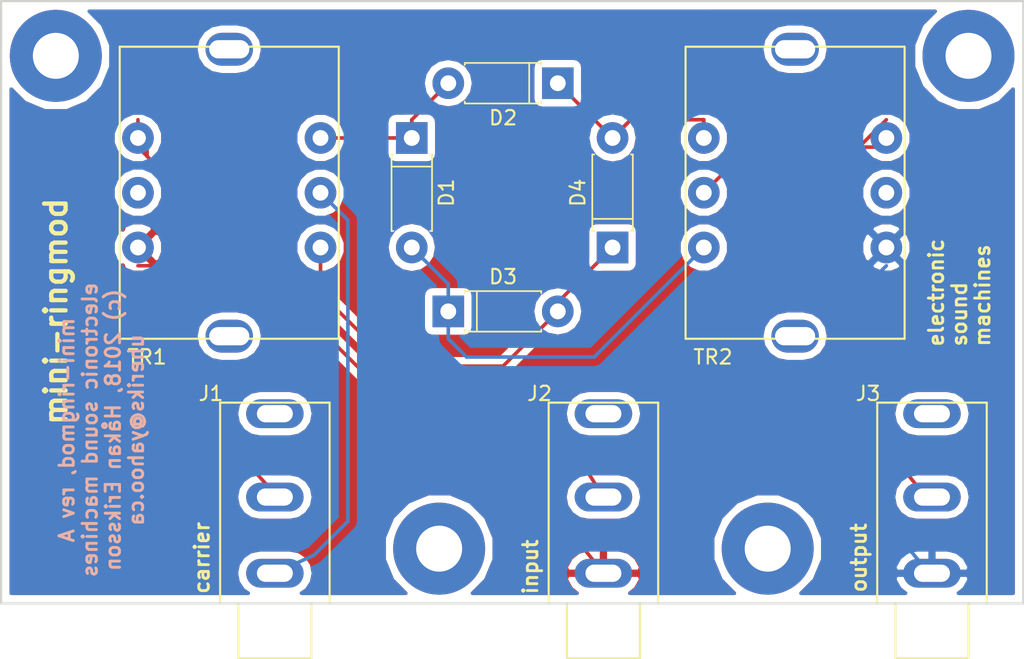
<source format=kicad_pcb>
(kicad_pcb (version 4) (host pcbnew 4.0.7)

  (general
    (links 14)
    (no_connects 0)
    (area 121.209999 91.98 192.480001 139.340001)
    (thickness 1.6)
    (drawings 10)
    (tracks 62)
    (zones 0)
    (modules 13)
    (nets 11)
  )

  (page A4)
  (layers
    (0 F.Cu signal)
    (31 B.Cu signal)
    (32 B.Adhes user)
    (33 F.Adhes user)
    (34 B.Paste user)
    (35 F.Paste user)
    (36 B.SilkS user)
    (37 F.SilkS user)
    (38 B.Mask user)
    (39 F.Mask user)
    (40 Dwgs.User user)
    (41 Cmts.User user)
    (42 Eco1.User user)
    (43 Eco2.User user)
    (44 Edge.Cuts user)
    (45 Margin user)
    (46 B.CrtYd user)
    (47 F.CrtYd user)
    (48 B.Fab user)
    (49 F.Fab user)
  )

  (setup
    (last_trace_width 0.25)
    (trace_clearance 0.2)
    (zone_clearance 0.508)
    (zone_45_only no)
    (trace_min 0.2)
    (segment_width 0.2)
    (edge_width 0.15)
    (via_size 0.6)
    (via_drill 0.4)
    (via_min_size 0.4)
    (via_min_drill 0.3)
    (uvia_size 0.3)
    (uvia_drill 0.1)
    (uvias_allowed no)
    (uvia_min_size 0.2)
    (uvia_min_drill 0.1)
    (pcb_text_width 0.3)
    (pcb_text_size 1.5 1.5)
    (mod_edge_width 0.15)
    (mod_text_size 1 1)
    (mod_text_width 0.15)
    (pad_size 6.4 6.4)
    (pad_drill 3.2)
    (pad_to_mask_clearance 0.2)
    (aux_axis_origin 0 0)
    (visible_elements FFFFFF7F)
    (pcbplotparams
      (layerselection 0x010f0_80000001)
      (usegerberextensions true)
      (excludeedgelayer true)
      (linewidth 0.100000)
      (plotframeref false)
      (viasonmask false)
      (mode 1)
      (useauxorigin false)
      (hpglpennumber 1)
      (hpglpenspeed 20)
      (hpglpendiameter 15)
      (hpglpenoverlay 2)
      (psnegative false)
      (psa4output false)
      (plotreference true)
      (plotvalue true)
      (plotinvisibletext false)
      (padsonsilk false)
      (subtractmaskfromsilk false)
      (outputformat 1)
      (mirror false)
      (drillshape 0)
      (scaleselection 1)
      (outputdirectory ../gerber_files/))
  )

  (net 0 "")
  (net 1 "Net-(D1-Pad1)")
  (net 2 "Net-(D1-Pad2)")
  (net 3 "Net-(D2-Pad1)")
  (net 4 "Net-(D3-Pad2)")
  (net 5 "Net-(J1-Pad1)")
  (net 6 "Net-(J1-Pad2)")
  (net 7 "Net-(J2-Pad1)")
  (net 8 "Net-(J2-Pad2)")
  (net 9 "Net-(J3-Pad1)")
  (net 10 "Net-(J3-Pad2)")

  (net_class Default "This is the default net class."
    (clearance 0.2)
    (trace_width 0.25)
    (via_dia 0.6)
    (via_drill 0.4)
    (uvia_dia 0.3)
    (uvia_drill 0.1)
    (add_net "Net-(D1-Pad1)")
    (add_net "Net-(D1-Pad2)")
    (add_net "Net-(D2-Pad1)")
    (add_net "Net-(D3-Pad2)")
    (add_net "Net-(J1-Pad1)")
    (add_net "Net-(J1-Pad2)")
    (add_net "Net-(J2-Pad1)")
    (add_net "Net-(J2-Pad2)")
    (add_net "Net-(J3-Pad1)")
    (add_net "Net-(J3-Pad2)")
  )

  (module hakane:Transformer-42TM018 (layer F.Cu) (tedit 5B969340) (tstamp 5B94F5B6)
    (at 184.15 96.52 270)
    (path /5B8FF6A9)
    (fp_text reference TR2 (at 21.59 13.335 360) (layer F.SilkS)
      (effects (font (size 1 1) (thickness 0.15)))
    )
    (fp_text value 42TM018 (at 12.7 7.62 360) (layer F.Fab)
      (effects (font (size 1 1) (thickness 0.15)))
    )
    (fp_line (start 20.32 15.24) (end 12.7 15.24) (layer F.SilkS) (width 0.15))
    (fp_line (start 20.32 8.89) (end 20.32 15.24) (layer F.SilkS) (width 0.15))
    (fp_line (start 12.7 0) (end 20.32 0) (layer F.SilkS) (width 0.15))
    (fp_line (start 0 8.89) (end 0 15.24) (layer F.SilkS) (width 0.15))
    (fp_line (start 0 0) (end 12.7 0) (layer F.SilkS) (width 0.15))
    (fp_line (start 20.32 0) (end 20.32 8.89) (layer F.SilkS) (width 0.15))
    (fp_line (start 12.7 15.24) (end 0 15.24) (layer F.SilkS) (width 0.15))
    (fp_line (start 0 8.89) (end 0 0) (layer F.SilkS) (width 0.15))
    (pad "" thru_hole oval (at 20.1422 7.62 270) (size 2.286 3.302) (drill oval 1.27 2.794) (layers *.Cu *.Mask))
    (pad "" thru_hole oval (at 0.1778 7.62 270) (size 2.286 3.302) (drill oval 1.27 2.794) (layers *.Cu *.Mask))
    (pad 5 thru_hole circle (at 10.16 1.27 270) (size 2.2 2.2) (drill 1.1) (layers *.Cu *.Mask))
    (pad 4 thru_hole circle (at 13.97 1.27 270) (size 2.2 2.2) (drill 1.1) (layers *.Cu *.Mask)
      (net 10 "Net-(J3-Pad2)"))
    (pad 6 thru_hole circle (at 6.35 1.27 270) (size 2.2 2.2) (drill 1.1) (layers *.Cu *.Mask)
      (net 9 "Net-(J3-Pad1)"))
    (pad 1 thru_hole circle (at 6.35 13.97 270) (size 2.2 2.2) (drill 1.1) (layers *.Cu *.Mask)
      (net 3 "Net-(D2-Pad1)"))
    (pad 2 thru_hole circle (at 10.16 13.97 270) (size 2.2 2.2) (drill 1.1) (layers *.Cu *.Mask)
      (net 5 "Net-(J1-Pad1)"))
    (pad 3 thru_hole circle (at 13.97 13.97 270) (size 2.2 2.2) (drill 1.1) (layers *.Cu *.Mask)
      (net 2 "Net-(D1-Pad2)"))
  )

  (module hakane:Transformer-42TM018 (layer F.Cu) (tedit 5B969303) (tstamp 5B94F363)
    (at 144.78 96.52 270)
    (path /5B8FF66A)
    (fp_text reference TR1 (at 21.59 13.335 360) (layer F.SilkS)
      (effects (font (size 1 1) (thickness 0.15)))
    )
    (fp_text value 42TM018 (at 13.335 7.62 360) (layer F.Fab)
      (effects (font (size 1 1) (thickness 0.15)))
    )
    (fp_line (start 20.32 15.24) (end 12.7 15.24) (layer F.SilkS) (width 0.15))
    (fp_line (start 20.32 8.89) (end 20.32 15.24) (layer F.SilkS) (width 0.15))
    (fp_line (start 12.7 0) (end 20.32 0) (layer F.SilkS) (width 0.15))
    (fp_line (start 0 8.89) (end 0 15.24) (layer F.SilkS) (width 0.15))
    (fp_line (start 0 0) (end 12.7 0) (layer F.SilkS) (width 0.15))
    (fp_line (start 20.32 0) (end 20.32 8.89) (layer F.SilkS) (width 0.15))
    (fp_line (start 12.7 15.24) (end 0 15.24) (layer F.SilkS) (width 0.15))
    (fp_line (start 0 8.89) (end 0 0) (layer F.SilkS) (width 0.15))
    (pad "" thru_hole oval (at 20.1422 7.62 270) (size 2.286 3.302) (drill oval 1.27 2.794) (layers *.Cu *.Mask))
    (pad "" thru_hole oval (at 0.1778 7.62 270) (size 2.286 3.302) (drill oval 1.27 2.794) (layers *.Cu *.Mask))
    (pad 5 thru_hole circle (at 10.16 1.27 270) (size 2.2 2.2) (drill 1.1) (layers *.Cu *.Mask)
      (net 6 "Net-(J1-Pad2)"))
    (pad 4 thru_hole circle (at 13.97 1.27 270) (size 2.2 2.2) (drill 1.1) (layers *.Cu *.Mask)
      (net 4 "Net-(D3-Pad2)"))
    (pad 6 thru_hole circle (at 6.35 1.27 270) (size 2.2 2.2) (drill 1.1) (layers *.Cu *.Mask)
      (net 1 "Net-(D1-Pad1)"))
    (pad 1 thru_hole circle (at 6.35 13.97 270) (size 2.2 2.2) (drill 1.1) (layers *.Cu *.Mask)
      (net 7 "Net-(J2-Pad1)"))
    (pad 2 thru_hole circle (at 10.16 13.97 270) (size 2.2 2.2) (drill 1.1) (layers *.Cu *.Mask))
    (pad 3 thru_hole circle (at 13.97 13.97 270) (size 2.2 2.2) (drill 1.1) (layers *.Cu *.Mask)
      (net 8 "Net-(J2-Pad2)"))
  )

  (module hakane:Switchcraft_35RAPC2AV_3_5_mm_jack (layer F.Cu) (tedit 5B94FA59) (tstamp 5B94F357)
    (at 182.245 121.285)
    (path /5B92B53A)
    (fp_text reference J3 (at -0.635 -0.635) (layer F.SilkS)
      (effects (font (size 1 1) (thickness 0.15)))
    )
    (fp_text value OUT (at 8.89 1.27 90) (layer F.Fab)
      (effects (font (size 1 1) (thickness 0.15)))
    )
    (fp_line (start 1.27 13.97) (end 1.27 17.78) (layer F.SilkS) (width 0.15))
    (fp_line (start 1.27 17.78) (end 6.35 17.78) (layer F.SilkS) (width 0.15))
    (fp_line (start 6.35 17.78) (end 6.35 13.97) (layer F.SilkS) (width 0.15))
    (fp_line (start 7.62 13.97) (end 0 13.97) (layer F.SilkS) (width 0.15))
    (fp_line (start 0 13.97) (end 0 0) (layer F.SilkS) (width 0.15))
    (fp_line (start 0 0) (end 7.62 0) (layer F.SilkS) (width 0.15))
    (fp_line (start 7.62 0) (end 7.62 13.97) (layer F.SilkS) (width 0.15))
    (pad 3 thru_hole oval (at 3.81 0.77) (size 4 2) (drill oval 2.5 1.2) (layers *.Cu *.Mask))
    (pad 1 thru_hole oval (at 3.81 6.57) (size 4 2) (drill oval 2.5 1.2) (layers *.Cu *.Mask)
      (net 9 "Net-(J3-Pad1)"))
    (pad 2 thru_hole oval (at 3.81 11.87) (size 4 2) (drill oval 2.5 1.2) (layers *.Cu *.Mask)
      (net 10 "Net-(J3-Pad2)"))
  )

  (module Mounting_Holes:MountingHole_3.2mm_M3_Pad (layer F.Cu) (tedit 5B951E45) (tstamp 5B94FA00)
    (at 151.765 131.445)
    (descr "Mounting Hole 3.2mm, M3")
    (tags "mounting hole 3.2mm m3")
    (attr virtual)
    (fp_text reference REF** (at 0 -4.2) (layer F.SilkS) hide
      (effects (font (size 1 1) (thickness 0.15)))
    )
    (fp_text value "" (at 0 4.2) (layer F.Fab)
      (effects (font (size 1 1) (thickness 0.15)))
    )
    (fp_text user %R (at 0.3 0) (layer F.Fab) hide
      (effects (font (size 1 1) (thickness 0.15)))
    )
    (fp_circle (center 0 0) (end 3.2 0) (layer Cmts.User) (width 0.15))
    (fp_circle (center 0 0) (end 3.45 0) (layer F.CrtYd) (width 0.05))
    (pad "" thru_hole circle (at 0 0) (size 6.4 6.4) (drill 3.2) (layers *.Cu *.Mask))
  )

  (module Mounting_Holes:MountingHole_3.2mm_M3_Pad (layer F.Cu) (tedit 5B951E49) (tstamp 5B94F9F8)
    (at 174.625 131.445)
    (descr "Mounting Hole 3.2mm, M3")
    (tags "mounting hole 3.2mm m3")
    (attr virtual)
    (fp_text reference REF** (at 0 -4.2) (layer F.SilkS) hide
      (effects (font (size 1 1) (thickness 0.15)))
    )
    (fp_text value "" (at 0 4.2) (layer F.Fab)
      (effects (font (size 1 1) (thickness 0.15)))
    )
    (fp_text user %R (at 0.3 0) (layer F.Fab) hide
      (effects (font (size 1 1) (thickness 0.15)))
    )
    (fp_circle (center 0 0) (end 3.2 0) (layer Cmts.User) (width 0.15))
    (fp_circle (center 0 0) (end 3.45 0) (layer F.CrtYd) (width 0.05))
    (pad "" thru_hole circle (at 0 0) (size 6.4 6.4) (drill 3.2) (layers *.Cu *.Mask))
  )

  (module Mounting_Holes:MountingHole_3.2mm_M3_Pad (layer F.Cu) (tedit 5B951E51) (tstamp 5B94F9ED)
    (at 188.595 97.155)
    (descr "Mounting Hole 3.2mm, M3")
    (tags "mounting hole 3.2mm m3")
    (attr virtual)
    (fp_text reference REF** (at 0 -4.2) (layer F.SilkS) hide
      (effects (font (size 1 1) (thickness 0.15)))
    )
    (fp_text value "" (at 0 4.2) (layer F.Fab)
      (effects (font (size 1 1) (thickness 0.15)))
    )
    (fp_text user %R (at 0.3 0) (layer F.Fab) hide
      (effects (font (size 1 1) (thickness 0.15)))
    )
    (fp_circle (center 0 0) (end 3.2 0) (layer Cmts.User) (width 0.15))
    (fp_circle (center 0 0) (end 3.45 0) (layer F.CrtYd) (width 0.05))
    (pad "" thru_hole circle (at 0 0) (size 6.4 6.4) (drill 3.2) (layers *.Cu *.Mask))
  )

  (module Diodes_THT:D_DO-41_SOD81_P7.62mm_Horizontal (layer F.Cu) (tedit 5921392F) (tstamp 5B94F330)
    (at 149.86 102.87 270)
    (descr "D, DO-41_SOD81 series, Axial, Horizontal, pin pitch=7.62mm, , length*diameter=5.2*2.7mm^2, , http://www.diodes.com/_files/packages/DO-41%20(Plastic).pdf")
    (tags "D DO-41_SOD81 series Axial Horizontal pin pitch 7.62mm  length 5.2mm diameter 2.7mm")
    (path /5B8FF930)
    (fp_text reference D1 (at 3.81 -2.41 270) (layer F.SilkS)
      (effects (font (size 1 1) (thickness 0.15)))
    )
    (fp_text value BAT43 (at 3.81 2.41 270) (layer F.Fab)
      (effects (font (size 1 1) (thickness 0.15)))
    )
    (fp_text user %R (at 3.81 0 270) (layer F.Fab)
      (effects (font (size 1 1) (thickness 0.15)))
    )
    (fp_line (start 1.21 -1.35) (end 1.21 1.35) (layer F.Fab) (width 0.1))
    (fp_line (start 1.21 1.35) (end 6.41 1.35) (layer F.Fab) (width 0.1))
    (fp_line (start 6.41 1.35) (end 6.41 -1.35) (layer F.Fab) (width 0.1))
    (fp_line (start 6.41 -1.35) (end 1.21 -1.35) (layer F.Fab) (width 0.1))
    (fp_line (start 0 0) (end 1.21 0) (layer F.Fab) (width 0.1))
    (fp_line (start 7.62 0) (end 6.41 0) (layer F.Fab) (width 0.1))
    (fp_line (start 1.99 -1.35) (end 1.99 1.35) (layer F.Fab) (width 0.1))
    (fp_line (start 1.15 -1.28) (end 1.15 -1.41) (layer F.SilkS) (width 0.12))
    (fp_line (start 1.15 -1.41) (end 6.47 -1.41) (layer F.SilkS) (width 0.12))
    (fp_line (start 6.47 -1.41) (end 6.47 -1.28) (layer F.SilkS) (width 0.12))
    (fp_line (start 1.15 1.28) (end 1.15 1.41) (layer F.SilkS) (width 0.12))
    (fp_line (start 1.15 1.41) (end 6.47 1.41) (layer F.SilkS) (width 0.12))
    (fp_line (start 6.47 1.41) (end 6.47 1.28) (layer F.SilkS) (width 0.12))
    (fp_line (start 1.99 -1.41) (end 1.99 1.41) (layer F.SilkS) (width 0.12))
    (fp_line (start -1.35 -1.7) (end -1.35 1.7) (layer F.CrtYd) (width 0.05))
    (fp_line (start -1.35 1.7) (end 9 1.7) (layer F.CrtYd) (width 0.05))
    (fp_line (start 9 1.7) (end 9 -1.7) (layer F.CrtYd) (width 0.05))
    (fp_line (start 9 -1.7) (end -1.35 -1.7) (layer F.CrtYd) (width 0.05))
    (pad 1 thru_hole rect (at 0 0 270) (size 2.2 2.2) (drill 1.1) (layers *.Cu *.Mask)
      (net 1 "Net-(D1-Pad1)"))
    (pad 2 thru_hole oval (at 7.62 0 270) (size 2.2 2.2) (drill 1.1) (layers *.Cu *.Mask)
      (net 2 "Net-(D1-Pad2)"))
    (model ${KISYS3DMOD}/Diodes_THT.3dshapes/D_DO-41_SOD81_P7.62mm_Horizontal.wrl
      (at (xyz 0 0 0))
      (scale (xyz 0.393701 0.393701 0.393701))
      (rotate (xyz 0 0 0))
    )
  )

  (module Diodes_THT:D_DO-41_SOD81_P7.62mm_Horizontal (layer F.Cu) (tedit 5921392F) (tstamp 5B94F336)
    (at 160.02 99.06 180)
    (descr "D, DO-41_SOD81 series, Axial, Horizontal, pin pitch=7.62mm, , length*diameter=5.2*2.7mm^2, , http://www.diodes.com/_files/packages/DO-41%20(Plastic).pdf")
    (tags "D DO-41_SOD81 series Axial Horizontal pin pitch 7.62mm  length 5.2mm diameter 2.7mm")
    (path /5B8FF810)
    (fp_text reference D2 (at 3.81 -2.41 180) (layer F.SilkS)
      (effects (font (size 1 1) (thickness 0.15)))
    )
    (fp_text value BAT43 (at 3.81 2.41 180) (layer F.Fab)
      (effects (font (size 1 1) (thickness 0.15)))
    )
    (fp_text user %R (at 3.81 0 180) (layer F.Fab)
      (effects (font (size 1 1) (thickness 0.15)))
    )
    (fp_line (start 1.21 -1.35) (end 1.21 1.35) (layer F.Fab) (width 0.1))
    (fp_line (start 1.21 1.35) (end 6.41 1.35) (layer F.Fab) (width 0.1))
    (fp_line (start 6.41 1.35) (end 6.41 -1.35) (layer F.Fab) (width 0.1))
    (fp_line (start 6.41 -1.35) (end 1.21 -1.35) (layer F.Fab) (width 0.1))
    (fp_line (start 0 0) (end 1.21 0) (layer F.Fab) (width 0.1))
    (fp_line (start 7.62 0) (end 6.41 0) (layer F.Fab) (width 0.1))
    (fp_line (start 1.99 -1.35) (end 1.99 1.35) (layer F.Fab) (width 0.1))
    (fp_line (start 1.15 -1.28) (end 1.15 -1.41) (layer F.SilkS) (width 0.12))
    (fp_line (start 1.15 -1.41) (end 6.47 -1.41) (layer F.SilkS) (width 0.12))
    (fp_line (start 6.47 -1.41) (end 6.47 -1.28) (layer F.SilkS) (width 0.12))
    (fp_line (start 1.15 1.28) (end 1.15 1.41) (layer F.SilkS) (width 0.12))
    (fp_line (start 1.15 1.41) (end 6.47 1.41) (layer F.SilkS) (width 0.12))
    (fp_line (start 6.47 1.41) (end 6.47 1.28) (layer F.SilkS) (width 0.12))
    (fp_line (start 1.99 -1.41) (end 1.99 1.41) (layer F.SilkS) (width 0.12))
    (fp_line (start -1.35 -1.7) (end -1.35 1.7) (layer F.CrtYd) (width 0.05))
    (fp_line (start -1.35 1.7) (end 9 1.7) (layer F.CrtYd) (width 0.05))
    (fp_line (start 9 1.7) (end 9 -1.7) (layer F.CrtYd) (width 0.05))
    (fp_line (start 9 -1.7) (end -1.35 -1.7) (layer F.CrtYd) (width 0.05))
    (pad 1 thru_hole rect (at 0 0 180) (size 2.2 2.2) (drill 1.1) (layers *.Cu *.Mask)
      (net 3 "Net-(D2-Pad1)"))
    (pad 2 thru_hole oval (at 7.62 0 180) (size 2.2 2.2) (drill 1.1) (layers *.Cu *.Mask)
      (net 1 "Net-(D1-Pad1)"))
    (model ${KISYS3DMOD}/Diodes_THT.3dshapes/D_DO-41_SOD81_P7.62mm_Horizontal.wrl
      (at (xyz 0 0 0))
      (scale (xyz 0.393701 0.393701 0.393701))
      (rotate (xyz 0 0 0))
    )
  )

  (module Diodes_THT:D_DO-41_SOD81_P7.62mm_Horizontal (layer F.Cu) (tedit 5921392F) (tstamp 5B94F33C)
    (at 152.4 114.935)
    (descr "D, DO-41_SOD81 series, Axial, Horizontal, pin pitch=7.62mm, , length*diameter=5.2*2.7mm^2, , http://www.diodes.com/_files/packages/DO-41%20(Plastic).pdf")
    (tags "D DO-41_SOD81 series Axial Horizontal pin pitch 7.62mm  length 5.2mm diameter 2.7mm")
    (path /5B8FF8F8)
    (fp_text reference D3 (at 3.81 -2.41) (layer F.SilkS)
      (effects (font (size 1 1) (thickness 0.15)))
    )
    (fp_text value BAT43 (at 3.81 2.41) (layer F.Fab)
      (effects (font (size 1 1) (thickness 0.15)))
    )
    (fp_text user %R (at 3.81 0) (layer F.Fab)
      (effects (font (size 1 1) (thickness 0.15)))
    )
    (fp_line (start 1.21 -1.35) (end 1.21 1.35) (layer F.Fab) (width 0.1))
    (fp_line (start 1.21 1.35) (end 6.41 1.35) (layer F.Fab) (width 0.1))
    (fp_line (start 6.41 1.35) (end 6.41 -1.35) (layer F.Fab) (width 0.1))
    (fp_line (start 6.41 -1.35) (end 1.21 -1.35) (layer F.Fab) (width 0.1))
    (fp_line (start 0 0) (end 1.21 0) (layer F.Fab) (width 0.1))
    (fp_line (start 7.62 0) (end 6.41 0) (layer F.Fab) (width 0.1))
    (fp_line (start 1.99 -1.35) (end 1.99 1.35) (layer F.Fab) (width 0.1))
    (fp_line (start 1.15 -1.28) (end 1.15 -1.41) (layer F.SilkS) (width 0.12))
    (fp_line (start 1.15 -1.41) (end 6.47 -1.41) (layer F.SilkS) (width 0.12))
    (fp_line (start 6.47 -1.41) (end 6.47 -1.28) (layer F.SilkS) (width 0.12))
    (fp_line (start 1.15 1.28) (end 1.15 1.41) (layer F.SilkS) (width 0.12))
    (fp_line (start 1.15 1.41) (end 6.47 1.41) (layer F.SilkS) (width 0.12))
    (fp_line (start 6.47 1.41) (end 6.47 1.28) (layer F.SilkS) (width 0.12))
    (fp_line (start 1.99 -1.41) (end 1.99 1.41) (layer F.SilkS) (width 0.12))
    (fp_line (start -1.35 -1.7) (end -1.35 1.7) (layer F.CrtYd) (width 0.05))
    (fp_line (start -1.35 1.7) (end 9 1.7) (layer F.CrtYd) (width 0.05))
    (fp_line (start 9 1.7) (end 9 -1.7) (layer F.CrtYd) (width 0.05))
    (fp_line (start 9 -1.7) (end -1.35 -1.7) (layer F.CrtYd) (width 0.05))
    (pad 1 thru_hole rect (at 0 0) (size 2.2 2.2) (drill 1.1) (layers *.Cu *.Mask)
      (net 2 "Net-(D1-Pad2)"))
    (pad 2 thru_hole oval (at 7.62 0) (size 2.2 2.2) (drill 1.1) (layers *.Cu *.Mask)
      (net 4 "Net-(D3-Pad2)"))
    (model ${KISYS3DMOD}/Diodes_THT.3dshapes/D_DO-41_SOD81_P7.62mm_Horizontal.wrl
      (at (xyz 0 0 0))
      (scale (xyz 0.393701 0.393701 0.393701))
      (rotate (xyz 0 0 0))
    )
  )

  (module Diodes_THT:D_DO-41_SOD81_P7.62mm_Horizontal (layer F.Cu) (tedit 5921392F) (tstamp 5B94F342)
    (at 163.83 110.49 90)
    (descr "D, DO-41_SOD81 series, Axial, Horizontal, pin pitch=7.62mm, , length*diameter=5.2*2.7mm^2, , http://www.diodes.com/_files/packages/DO-41%20(Plastic).pdf")
    (tags "D DO-41_SOD81 series Axial Horizontal pin pitch 7.62mm  length 5.2mm diameter 2.7mm")
    (path /5B8FF8D1)
    (fp_text reference D4 (at 3.81 -2.41 90) (layer F.SilkS)
      (effects (font (size 1 1) (thickness 0.15)))
    )
    (fp_text value BAT43 (at 3.81 2.41 90) (layer F.Fab)
      (effects (font (size 1 1) (thickness 0.15)))
    )
    (fp_text user %R (at 3.81 0 90) (layer F.Fab)
      (effects (font (size 1 1) (thickness 0.15)))
    )
    (fp_line (start 1.21 -1.35) (end 1.21 1.35) (layer F.Fab) (width 0.1))
    (fp_line (start 1.21 1.35) (end 6.41 1.35) (layer F.Fab) (width 0.1))
    (fp_line (start 6.41 1.35) (end 6.41 -1.35) (layer F.Fab) (width 0.1))
    (fp_line (start 6.41 -1.35) (end 1.21 -1.35) (layer F.Fab) (width 0.1))
    (fp_line (start 0 0) (end 1.21 0) (layer F.Fab) (width 0.1))
    (fp_line (start 7.62 0) (end 6.41 0) (layer F.Fab) (width 0.1))
    (fp_line (start 1.99 -1.35) (end 1.99 1.35) (layer F.Fab) (width 0.1))
    (fp_line (start 1.15 -1.28) (end 1.15 -1.41) (layer F.SilkS) (width 0.12))
    (fp_line (start 1.15 -1.41) (end 6.47 -1.41) (layer F.SilkS) (width 0.12))
    (fp_line (start 6.47 -1.41) (end 6.47 -1.28) (layer F.SilkS) (width 0.12))
    (fp_line (start 1.15 1.28) (end 1.15 1.41) (layer F.SilkS) (width 0.12))
    (fp_line (start 1.15 1.41) (end 6.47 1.41) (layer F.SilkS) (width 0.12))
    (fp_line (start 6.47 1.41) (end 6.47 1.28) (layer F.SilkS) (width 0.12))
    (fp_line (start 1.99 -1.41) (end 1.99 1.41) (layer F.SilkS) (width 0.12))
    (fp_line (start -1.35 -1.7) (end -1.35 1.7) (layer F.CrtYd) (width 0.05))
    (fp_line (start -1.35 1.7) (end 9 1.7) (layer F.CrtYd) (width 0.05))
    (fp_line (start 9 1.7) (end 9 -1.7) (layer F.CrtYd) (width 0.05))
    (fp_line (start 9 -1.7) (end -1.35 -1.7) (layer F.CrtYd) (width 0.05))
    (pad 1 thru_hole rect (at 0 0 90) (size 2.2 2.2) (drill 1.1) (layers *.Cu *.Mask)
      (net 4 "Net-(D3-Pad2)"))
    (pad 2 thru_hole oval (at 7.62 0 90) (size 2.2 2.2) (drill 1.1) (layers *.Cu *.Mask)
      (net 3 "Net-(D2-Pad1)"))
    (model ${KISYS3DMOD}/Diodes_THT.3dshapes/D_DO-41_SOD81_P7.62mm_Horizontal.wrl
      (at (xyz 0 0 0))
      (scale (xyz 0.393701 0.393701 0.393701))
      (rotate (xyz 0 0 0))
    )
  )

  (module hakane:Switchcraft_35RAPC2AV_3_5_mm_jack (layer F.Cu) (tedit 5B94FA44) (tstamp 5B94F349)
    (at 136.525 121.285)
    (path /5B92B4F4)
    (fp_text reference J1 (at -0.635 -0.635) (layer F.SilkS)
      (effects (font (size 1 1) (thickness 0.15)))
    )
    (fp_text value CARRIER (at 8.89 3.175 90) (layer F.Fab)
      (effects (font (size 1 1) (thickness 0.15)))
    )
    (fp_line (start 1.27 13.97) (end 1.27 17.78) (layer F.SilkS) (width 0.15))
    (fp_line (start 1.27 17.78) (end 6.35 17.78) (layer F.SilkS) (width 0.15))
    (fp_line (start 6.35 17.78) (end 6.35 13.97) (layer F.SilkS) (width 0.15))
    (fp_line (start 7.62 13.97) (end 0 13.97) (layer F.SilkS) (width 0.15))
    (fp_line (start 0 13.97) (end 0 0) (layer F.SilkS) (width 0.15))
    (fp_line (start 0 0) (end 7.62 0) (layer F.SilkS) (width 0.15))
    (fp_line (start 7.62 0) (end 7.62 13.97) (layer F.SilkS) (width 0.15))
    (pad 3 thru_hole oval (at 3.81 0.77) (size 4 2) (drill oval 2.5 1.2) (layers *.Cu *.Mask))
    (pad 1 thru_hole oval (at 3.81 6.57) (size 4 2) (drill oval 2.5 1.2) (layers *.Cu *.Mask)
      (net 5 "Net-(J1-Pad1)"))
    (pad 2 thru_hole oval (at 3.81 11.87) (size 4 2) (drill oval 2.5 1.2) (layers *.Cu *.Mask)
      (net 6 "Net-(J1-Pad2)"))
  )

  (module hakane:Switchcraft_35RAPC2AV_3_5_mm_jack (layer F.Cu) (tedit 5B94FA50) (tstamp 5B94F350)
    (at 159.385 121.285)
    (path /5B903BCE)
    (fp_text reference J2 (at -0.635 -0.635) (layer F.SilkS)
      (effects (font (size 1 1) (thickness 0.15)))
    )
    (fp_text value IN (at 8.89 0.635 90) (layer F.Fab)
      (effects (font (size 1 1) (thickness 0.15)))
    )
    (fp_line (start 1.27 13.97) (end 1.27 17.78) (layer F.SilkS) (width 0.15))
    (fp_line (start 1.27 17.78) (end 6.35 17.78) (layer F.SilkS) (width 0.15))
    (fp_line (start 6.35 17.78) (end 6.35 13.97) (layer F.SilkS) (width 0.15))
    (fp_line (start 7.62 13.97) (end 0 13.97) (layer F.SilkS) (width 0.15))
    (fp_line (start 0 13.97) (end 0 0) (layer F.SilkS) (width 0.15))
    (fp_line (start 0 0) (end 7.62 0) (layer F.SilkS) (width 0.15))
    (fp_line (start 7.62 0) (end 7.62 13.97) (layer F.SilkS) (width 0.15))
    (pad 3 thru_hole oval (at 3.81 0.77) (size 4 2) (drill oval 2.5 1.2) (layers *.Cu *.Mask))
    (pad 1 thru_hole oval (at 3.81 6.57) (size 4 2) (drill oval 2.5 1.2) (layers *.Cu *.Mask)
      (net 7 "Net-(J2-Pad1)"))
    (pad 2 thru_hole oval (at 3.81 11.87) (size 4 2) (drill oval 2.5 1.2) (layers *.Cu *.Mask)
      (net 8 "Net-(J2-Pad2)"))
  )

  (module Mounting_Holes:MountingHole_3.2mm_M3_Pad (layer F.Cu) (tedit 5B951E40) (tstamp 5B94F9CA)
    (at 125.095 97.155)
    (descr "Mounting Hole 3.2mm, M3")
    (tags "mounting hole 3.2mm m3")
    (attr virtual)
    (fp_text reference REF** (at 0 -4.2) (layer F.SilkS) hide
      (effects (font (size 1 1) (thickness 0.15)))
    )
    (fp_text value "" (at 0 4.2) (layer F.Fab)
      (effects (font (size 1 1) (thickness 0.15)))
    )
    (fp_text user %R (at 0.3 0) (layer F.Fab) hide
      (effects (font (size 1 1) (thickness 0.15)))
    )
    (fp_circle (center 0 0) (end 3.2 0) (layer Cmts.User) (width 0.15))
    (fp_circle (center 0 0) (end 3.45 0) (layer F.CrtYd) (width 0.05))
    (pad "" thru_hole circle (at 0 0) (size 6.4 6.4) (drill 3.2) (layers *.Cu *.Mask))
  )

  (gr_text "electronic\nsound\nmachines" (at 187.96 117.475 90) (layer F.SilkS)
    (effects (font (size 1 1) (thickness 0.2)) (justify left))
  )
  (gr_text mini-ringmod (at 125.095 114.935 90) (layer F.SilkS)
    (effects (font (size 1.5 1.5) (thickness 0.3)))
  )
  (gr_text "mini-ringmod, rev A\nelectronic sound machines\n(c) 2018, Håkan Eriksson\nuheriks@yahoo.ca" (at 128.27 123.19 90) (layer B.SilkS)
    (effects (font (size 1 1) (thickness 0.2)) (justify mirror))
  )
  (gr_text output (at 180.975 132.08 90) (layer F.SilkS)
    (effects (font (size 1 1) (thickness 0.2)))
  )
  (gr_text input (at 158.115 132.715 90) (layer F.SilkS)
    (effects (font (size 1 1) (thickness 0.2)))
  )
  (gr_text carrier (at 135.255 132.08 90) (layer F.SilkS)
    (effects (font (size 1 1) (thickness 0.2)))
  )
  (gr_line (start 192.405 135.255) (end 121.285 135.255) (angle 90) (layer Edge.Cuts) (width 0.15))
  (gr_line (start 192.405 93.345) (end 192.405 135.255) (angle 90) (layer Edge.Cuts) (width 0.15))
  (gr_line (start 121.285 93.345) (end 192.405 93.345) (angle 90) (layer Edge.Cuts) (width 0.15))
  (gr_line (start 121.285 135.255) (end 121.285 93.345) (angle 90) (layer Edge.Cuts) (width 0.15))

  (segment (start 143.51 102.87) (end 148.59 102.87) (width 0.25) (layer F.Cu) (net 1))
  (segment (start 148.59 102.87) (end 149.86 102.87) (width 0.25) (layer F.Cu) (net 1) (tstamp 5B951A27))
  (segment (start 149.86 102.87) (end 149.86 101.6) (width 0.25) (layer F.Cu) (net 1) (tstamp 5B951A2A))
  (segment (start 149.86 101.6) (end 152.4 99.06) (width 0.25) (layer F.Cu) (net 1) (tstamp 5B951A2C))
  (segment (start 152.4 114.935) (end 152.4 116.84) (width 0.25) (layer B.Cu) (net 2))
  (segment (start 162.56 118.11) (end 170.18 110.49) (width 0.25) (layer B.Cu) (net 2) (tstamp 5B9694A9))
  (segment (start 153.67 118.11) (end 162.56 118.11) (width 0.25) (layer B.Cu) (net 2) (tstamp 5B9694A7))
  (segment (start 152.4 116.84) (end 153.67 118.11) (width 0.25) (layer B.Cu) (net 2) (tstamp 5B9694A6))
  (segment (start 152.4 114.935) (end 152.4 113.03) (width 0.25) (layer B.Cu) (net 2) (tstamp 5B951A1C))
  (segment (start 152.4 113.03) (end 149.86 110.49) (width 0.25) (layer B.Cu) (net 2) (tstamp 5B951A1E))
  (segment (start 165.735 101.6) (end 165.1 101.6) (width 0.25) (layer F.Cu) (net 3))
  (segment (start 165.1 101.6) (end 163.83 102.87) (width 0.25) (layer F.Cu) (net 3) (tstamp 5B9694B0))
  (segment (start 163.83 102.87) (end 165.1 101.6) (width 0.25) (layer F.Cu) (net 3) (tstamp 5B9694B1))
  (segment (start 165.1 101.6) (end 170.18 101.6) (width 0.25) (layer F.Cu) (net 3) (tstamp 5B9694B2))
  (segment (start 170.18 101.6) (end 170.18 102.87) (width 0.25) (layer F.Cu) (net 3) (tstamp 5B9694B3))
  (segment (start 170.18 101.6) (end 165.735 101.6) (width 0.25) (layer F.Cu) (net 3))
  (segment (start 165.1 101.6) (end 163.83 102.87) (width 0.25) (layer F.Cu) (net 3) (tstamp 5B9519DB))
  (segment (start 163.83 102.87) (end 160.02 99.06) (width 0.25) (layer F.Cu) (net 3) (tstamp 5B9519E0))
  (segment (start 143.51 110.49) (end 143.51 111.76) (width 0.25) (layer F.Cu) (net 4))
  (segment (start 143.51 113.665) (end 148.59 118.745) (width 0.25) (layer F.Cu) (net 4) (tstamp 5B9519F8))
  (segment (start 148.59 118.745) (end 156.21 118.745) (width 0.25) (layer F.Cu) (net 4) (tstamp 5B9519FC))
  (segment (start 156.21 118.745) (end 160.02 114.935) (width 0.25) (layer F.Cu) (net 4) (tstamp 5B951A00))
  (segment (start 143.51 111.76) (end 143.51 113.665) (width 0.25) (layer F.Cu) (net 4))
  (segment (start 160.02 114.935) (end 160.02 114.3) (width 0.25) (layer F.Cu) (net 4))
  (segment (start 160.02 114.3) (end 163.83 110.49) (width 0.25) (layer F.Cu) (net 4) (tstamp 5B951A06))
  (segment (start 140.335 127.855) (end 140.335 127.635) (width 0.25) (layer F.Cu) (net 5) (status 30))
  (segment (start 140.335 127.635) (end 128.905 114.935) (width 0.25) (layer F.Cu) (net 5) (tstamp 5B951970) (status 10))
  (segment (start 128.905 114.935) (end 128.905 98.425) (width 0.25) (layer F.Cu) (net 5) (tstamp 5B951974))
  (segment (start 128.905 98.425) (end 132.715 94.615) (width 0.25) (layer F.Cu) (net 5) (tstamp 5B951979))
  (segment (start 132.715 94.615) (end 170.18 94.615) (width 0.25) (layer F.Cu) (net 5) (tstamp 5B95197F))
  (segment (start 170.18 94.615) (end 173.355 97.79) (width 0.25) (layer F.Cu) (net 5) (tstamp 5B951985))
  (segment (start 173.355 97.79) (end 173.355 103.505) (width 0.25) (layer F.Cu) (net 5) (tstamp 5B951989))
  (segment (start 173.355 103.505) (end 170.18 106.68) (width 0.25) (layer F.Cu) (net 5) (tstamp 5B95198D))
  (segment (start 140.335 133.155) (end 143.07 131.885) (width 0.25) (layer B.Cu) (net 6) (status 10))
  (segment (start 145.415 108.585) (end 143.51 106.68) (width 0.25) (layer B.Cu) (net 6) (tstamp 5B951912))
  (segment (start 145.415 129.54) (end 145.415 108.585) (width 0.25) (layer B.Cu) (net 6) (tstamp 5B951907))
  (segment (start 143.07 131.885) (end 145.415 129.54) (width 0.25) (layer B.Cu) (net 6) (tstamp 5B951902))
  (segment (start 131.445 104.14) (end 131.445 103.505) (width 0.25) (layer F.Cu) (net 7))
  (segment (start 131.445 103.505) (end 130.81 102.87) (width 0.25) (layer F.Cu) (net 7) (tstamp 5B9694C2))
  (segment (start 130.81 101.6) (end 130.81 103.505) (width 0.25) (layer F.Cu) (net 7))
  (segment (start 161.07 124.46) (end 163.195 127.855) (width 0.25) (layer F.Cu) (net 7) (tstamp 5B951952) (status 20))
  (segment (start 151.765 124.46) (end 161.07 124.46) (width 0.25) (layer F.Cu) (net 7) (tstamp 5B95194B))
  (segment (start 130.81 103.505) (end 131.445 104.14) (width 0.25) (layer F.Cu) (net 7) (tstamp 5B95193C))
  (segment (start 131.445 104.14) (end 151.765 124.46) (width 0.25) (layer F.Cu) (net 7) (tstamp 5B9694C0))
  (segment (start 132.08 111.76) (end 130.81 110.49) (width 0.25) (layer F.Cu) (net 8))
  (segment (start 130.81 111.76) (end 132.08 111.76) (width 0.25) (layer F.Cu) (net 8))
  (segment (start 132.08 111.76) (end 135.89 111.76) (width 0.25) (layer F.Cu) (net 8) (tstamp 5B9694BC))
  (segment (start 158.31 127) (end 163.195 133.155) (width 0.25) (layer F.Cu) (net 8) (tstamp 5B951938) (status 20))
  (segment (start 151.13 127) (end 158.31 127) (width 0.25) (layer F.Cu) (net 8) (tstamp 5B951933))
  (segment (start 135.89 111.76) (end 151.13 127) (width 0.25) (layer F.Cu) (net 8) (tstamp 5B951927))
  (segment (start 180.975 103.505) (end 182.245 103.505) (width 0.25) (layer F.Cu) (net 9))
  (segment (start 182.245 103.505) (end 182.88 102.87) (width 0.25) (layer F.Cu) (net 9) (tstamp 5B9694B8))
  (segment (start 186.055 127.855) (end 185.64 127.855) (width 0.25) (layer F.Cu) (net 9) (status 30))
  (segment (start 185.64 127.855) (end 180.34 121.285) (width 0.25) (layer F.Cu) (net 9) (tstamp 5B9519BD) (status 10))
  (segment (start 180.34 121.285) (end 180.34 104.14) (width 0.25) (layer F.Cu) (net 9) (tstamp 5B9519BF))
  (segment (start 180.34 104.14) (end 180.975 103.505) (width 0.25) (layer F.Cu) (net 9) (tstamp 5B9519C3))
  (segment (start 180.975 103.505) (end 182.88 101.6) (width 0.25) (layer F.Cu) (net 9) (tstamp 5B9694B6))
  (segment (start 186.055 133.155) (end 185.86 133.155) (width 0.25) (layer B.Cu) (net 10) (status 30))
  (segment (start 185.86 133.155) (end 179.705 125.73) (width 0.25) (layer B.Cu) (net 10) (tstamp 5B951B53) (status 10))
  (segment (start 179.705 114.935) (end 182.88 111.76) (width 0.25) (layer B.Cu) (net 10) (tstamp 5B951B5D))
  (segment (start 179.705 125.73) (end 179.705 114.935) (width 0.25) (layer B.Cu) (net 10) (tstamp 5B951B56))
  (segment (start 186.055 133.155) (end 186.055 132.715) (width 0.25) (layer F.Cu) (net 10) (status 30))

  (zone (net 8) (net_name "Net-(J2-Pad2)") (layer F.Cu) (tstamp 5B951A4D) (hatch edge 0.508)
    (connect_pads (clearance 0.508))
    (min_thickness 0.254)
    (fill yes (arc_segments 16) (thermal_gap 0.508) (thermal_bridge_width 0.508))
    (polygon
      (pts
        (xy 192.405 135.255) (xy 121.285 135.255) (xy 121.285 93.345) (xy 192.405 93.345)
      )
    )
    (filled_polygon
      (pts
        (xy 185.345741 94.979811) (xy 184.760667 96.388825) (xy 184.759336 97.914482) (xy 185.34195 99.324515) (xy 186.419811 100.404259)
        (xy 187.828825 100.989333) (xy 189.354482 100.990664) (xy 190.764515 100.40805) (xy 191.695 99.479188) (xy 191.695 134.545)
        (xy 187.912716 134.545) (xy 188.262743 134.31112) (xy 188.617166 133.780687) (xy 188.741623 133.155) (xy 188.617166 132.529313)
        (xy 188.262743 131.99888) (xy 187.73231 131.644457) (xy 187.106623 131.52) (xy 185.003377 131.52) (xy 184.37769 131.644457)
        (xy 183.847257 131.99888) (xy 183.492834 132.529313) (xy 183.368377 133.155) (xy 183.492834 133.780687) (xy 183.847257 134.31112)
        (xy 184.197284 134.545) (xy 176.947832 134.545) (xy 177.874259 133.620189) (xy 178.459333 132.211175) (xy 178.460664 130.685518)
        (xy 177.87805 129.275485) (xy 176.800189 128.195741) (xy 175.391175 127.610667) (xy 173.865518 127.609336) (xy 172.455485 128.19195)
        (xy 171.375741 129.269811) (xy 170.790667 130.678825) (xy 170.789336 132.204482) (xy 171.37195 133.614515) (xy 172.300812 134.545)
        (xy 165.02947 134.545) (xy 165.440922 134.221317) (xy 165.754144 133.663355) (xy 165.785124 133.535434) (xy 165.665777 133.282)
        (xy 163.322 133.282) (xy 163.322 133.302) (xy 163.068 133.302) (xy 163.068 133.282) (xy 160.724223 133.282)
        (xy 160.604876 133.535434) (xy 160.635856 133.663355) (xy 160.949078 134.221317) (xy 161.36053 134.545) (xy 154.087832 134.545)
        (xy 155.014259 133.620189) (xy 155.365392 132.774566) (xy 160.604876 132.774566) (xy 160.724223 133.028) (xy 163.068 133.028)
        (xy 163.068 131.52) (xy 163.322 131.52) (xy 163.322 133.028) (xy 165.665777 133.028) (xy 165.785124 132.774566)
        (xy 165.754144 132.646645) (xy 165.440922 132.088683) (xy 164.93802 131.693058) (xy 164.322 131.52) (xy 163.322 131.52)
        (xy 163.068 131.52) (xy 162.068 131.52) (xy 161.45198 131.693058) (xy 160.949078 132.088683) (xy 160.635856 132.646645)
        (xy 160.604876 132.774566) (xy 155.365392 132.774566) (xy 155.599333 132.211175) (xy 155.600664 130.685518) (xy 155.01805 129.275485)
        (xy 153.940189 128.195741) (xy 152.531175 127.610667) (xy 151.005518 127.609336) (xy 149.595485 128.19195) (xy 148.515741 129.269811)
        (xy 147.930667 130.678825) (xy 147.929336 132.204482) (xy 148.51195 133.614515) (xy 149.440812 134.545) (xy 142.192716 134.545)
        (xy 142.542743 134.31112) (xy 142.897166 133.780687) (xy 143.021623 133.155) (xy 142.897166 132.529313) (xy 142.542743 131.99888)
        (xy 142.01231 131.644457) (xy 141.386623 131.52) (xy 139.283377 131.52) (xy 138.65769 131.644457) (xy 138.127257 131.99888)
        (xy 137.772834 132.529313) (xy 137.648377 133.155) (xy 137.772834 133.780687) (xy 138.127257 134.31112) (xy 138.477284 134.545)
        (xy 121.995 134.545) (xy 121.995 99.477832) (xy 122.919811 100.404259) (xy 124.328825 100.989333) (xy 125.854482 100.990664)
        (xy 127.264515 100.40805) (xy 128.145 99.529101) (xy 128.145 114.935) (xy 128.170102 115.061197) (xy 128.188536 115.188533)
        (xy 128.198897 115.205958) (xy 128.202852 115.225839) (xy 128.27433 115.332814) (xy 128.340096 115.443413) (xy 138.3413 126.555862)
        (xy 138.127257 126.69888) (xy 137.772834 127.229313) (xy 137.648377 127.855) (xy 137.772834 128.480687) (xy 138.127257 129.01112)
        (xy 138.65769 129.365543) (xy 139.283377 129.49) (xy 141.386623 129.49) (xy 142.01231 129.365543) (xy 142.542743 129.01112)
        (xy 142.897166 128.480687) (xy 143.021623 127.855) (xy 142.897166 127.229313) (xy 142.542743 126.69888) (xy 142.01231 126.344457)
        (xy 141.386623 126.22) (xy 140.083976 126.22) (xy 136.335476 122.055) (xy 137.648377 122.055) (xy 137.772834 122.680687)
        (xy 138.127257 123.21112) (xy 138.65769 123.565543) (xy 139.283377 123.69) (xy 141.386623 123.69) (xy 142.01231 123.565543)
        (xy 142.542743 123.21112) (xy 142.897166 122.680687) (xy 143.021623 122.055) (xy 142.897166 121.429313) (xy 142.542743 120.89888)
        (xy 142.01231 120.544457) (xy 141.386623 120.42) (xy 139.283377 120.42) (xy 138.65769 120.544457) (xy 138.127257 120.89888)
        (xy 137.772834 121.429313) (xy 137.648377 122.055) (xy 136.335476 122.055) (xy 131.481956 116.6622) (xy 134.829215 116.6622)
        (xy 134.964557 117.342611) (xy 135.349979 117.919436) (xy 135.926804 118.304858) (xy 136.607215 118.4402) (xy 137.712785 118.4402)
        (xy 138.393196 118.304858) (xy 138.970021 117.919436) (xy 139.355443 117.342611) (xy 139.490785 116.6622) (xy 139.355443 115.981789)
        (xy 138.970021 115.404964) (xy 138.393196 115.019542) (xy 137.712785 114.8842) (xy 136.607215 114.8842) (xy 135.926804 115.019542)
        (xy 135.349979 115.404964) (xy 134.964557 115.981789) (xy 134.829215 116.6622) (xy 131.481956 116.6622) (xy 129.665 114.64336)
        (xy 129.665 111.814608) (xy 129.764738 111.71487) (xy 129.875641 111.992099) (xy 130.521593 112.235323) (xy 131.211453 112.212836)
        (xy 131.744359 111.992099) (xy 131.855263 111.714868) (xy 130.81 110.669605) (xy 130.795858 110.683748) (xy 130.616253 110.504143)
        (xy 130.630395 110.49) (xy 130.989605 110.49) (xy 132.034868 111.535263) (xy 132.312099 111.424359) (xy 132.555323 110.778407)
        (xy 132.532836 110.088547) (xy 132.312099 109.555641) (xy 132.034868 109.444737) (xy 130.989605 110.49) (xy 130.630395 110.49)
        (xy 130.616253 110.475858) (xy 130.795858 110.296253) (xy 130.81 110.310395) (xy 131.855263 109.265132) (xy 131.744359 108.987901)
        (xy 131.098407 108.744677) (xy 130.408547 108.767164) (xy 129.875641 108.987901) (xy 129.764738 109.26513) (xy 129.665 109.165392)
        (xy 129.665 107.988805) (xy 129.825918 108.150004) (xy 130.463373 108.414699) (xy 131.153599 108.415301) (xy 131.791515 108.151719)
        (xy 132.280004 107.664082) (xy 132.544699 107.026627) (xy 132.545301 106.336401) (xy 132.530304 106.300106) (xy 151.227599 124.997401)
        (xy 151.474161 125.162148) (xy 151.765 125.22) (xy 160.6491 125.22) (xy 161.40151 126.422086) (xy 160.987257 126.69888)
        (xy 160.632834 127.229313) (xy 160.508377 127.855) (xy 160.632834 128.480687) (xy 160.987257 129.01112) (xy 161.51769 129.365543)
        (xy 162.143377 129.49) (xy 164.246623 129.49) (xy 164.87231 129.365543) (xy 165.402743 129.01112) (xy 165.757166 128.480687)
        (xy 165.881623 127.855) (xy 165.757166 127.229313) (xy 165.402743 126.69888) (xy 164.87231 126.344457) (xy 164.246623 126.22)
        (xy 163.068219 126.22) (xy 161.714212 124.056774) (xy 161.655205 123.994143) (xy 161.607401 123.922599) (xy 161.554497 123.88725)
        (xy 161.510866 123.840939) (xy 161.432384 123.805657) (xy 161.360839 123.757852) (xy 161.298436 123.745439) (xy 161.240403 123.71935)
        (xy 161.154396 123.716788) (xy 161.07 123.7) (xy 152.079802 123.7) (xy 150.434802 122.055) (xy 160.508377 122.055)
        (xy 160.632834 122.680687) (xy 160.987257 123.21112) (xy 161.51769 123.565543) (xy 162.143377 123.69) (xy 164.246623 123.69)
        (xy 164.87231 123.565543) (xy 165.402743 123.21112) (xy 165.757166 122.680687) (xy 165.881623 122.055) (xy 165.757166 121.429313)
        (xy 165.402743 120.89888) (xy 164.87231 120.544457) (xy 164.246623 120.42) (xy 162.143377 120.42) (xy 161.51769 120.544457)
        (xy 160.987257 120.89888) (xy 160.632834 121.429313) (xy 160.508377 122.055) (xy 150.434802 122.055) (xy 139.213401 110.833599)
        (xy 141.774699 110.833599) (xy 142.038281 111.471515) (xy 142.525918 111.960004) (xy 142.75 112.053051) (xy 142.75 113.665)
        (xy 142.807852 113.955839) (xy 142.972599 114.202401) (xy 148.052599 119.282401) (xy 148.299161 119.447148) (xy 148.59 119.505)
        (xy 156.21 119.505) (xy 156.500839 119.447148) (xy 156.747401 119.282401) (xy 159.463696 116.566106) (xy 159.986009 116.67)
        (xy 160.053991 116.67) (xy 160.093204 116.6622) (xy 174.199215 116.6622) (xy 174.334557 117.342611) (xy 174.719979 117.919436)
        (xy 175.296804 118.304858) (xy 175.977215 118.4402) (xy 177.082785 118.4402) (xy 177.763196 118.304858) (xy 178.340021 117.919436)
        (xy 178.725443 117.342611) (xy 178.860785 116.6622) (xy 178.725443 115.981789) (xy 178.340021 115.404964) (xy 177.763196 115.019542)
        (xy 177.082785 114.8842) (xy 175.977215 114.8842) (xy 175.296804 115.019542) (xy 174.719979 115.404964) (xy 174.334557 115.981789)
        (xy 174.199215 116.6622) (xy 160.093204 116.6622) (xy 160.717947 116.537931) (xy 161.280821 116.16183) (xy 161.656922 115.598956)
        (xy 161.788991 114.935) (xy 161.656922 114.271044) (xy 161.443366 113.951436) (xy 163.157362 112.23744) (xy 164.93 112.23744)
        (xy 165.165317 112.193162) (xy 165.381441 112.05409) (xy 165.526431 111.84189) (xy 165.57744 111.59) (xy 165.57744 110.833599)
        (xy 168.444699 110.833599) (xy 168.708281 111.471515) (xy 169.195918 111.960004) (xy 169.833373 112.224699) (xy 170.523599 112.225301)
        (xy 171.161515 111.961719) (xy 171.650004 111.474082) (xy 171.914699 110.836627) (xy 171.915301 110.146401) (xy 171.651719 109.508485)
        (xy 171.164082 109.019996) (xy 170.526627 108.755301) (xy 169.836401 108.754699) (xy 169.198485 109.018281) (xy 168.709996 109.505918)
        (xy 168.445301 110.143373) (xy 168.444699 110.833599) (xy 165.57744 110.833599) (xy 165.57744 109.39) (xy 165.533162 109.154683)
        (xy 165.39409 108.938559) (xy 165.18189 108.793569) (xy 164.93 108.74256) (xy 162.73 108.74256) (xy 162.494683 108.786838)
        (xy 162.278559 108.92591) (xy 162.133569 109.13811) (xy 162.08256 109.39) (xy 162.08256 111.162638) (xy 160.045198 113.2)
        (xy 159.986009 113.2) (xy 159.322053 113.332069) (xy 158.759179 113.70817) (xy 158.383078 114.271044) (xy 158.251009 114.935)
        (xy 158.366182 115.514016) (xy 155.895198 117.985) (xy 148.904802 117.985) (xy 144.754802 113.835) (xy 150.65256 113.835)
        (xy 150.65256 116.035) (xy 150.696838 116.270317) (xy 150.83591 116.486441) (xy 151.04811 116.631431) (xy 151.3 116.68244)
        (xy 153.5 116.68244) (xy 153.735317 116.638162) (xy 153.951441 116.49909) (xy 154.096431 116.28689) (xy 154.14744 116.035)
        (xy 154.14744 113.835) (xy 154.103162 113.599683) (xy 153.96409 113.383559) (xy 153.75189 113.238569) (xy 153.5 113.18756)
        (xy 151.3 113.18756) (xy 151.064683 113.231838) (xy 150.848559 113.37091) (xy 150.703569 113.58311) (xy 150.65256 113.835)
        (xy 144.754802 113.835) (xy 144.27 113.350198) (xy 144.27 112.053247) (xy 144.491515 111.961719) (xy 144.980004 111.474082)
        (xy 145.244699 110.836627) (xy 145.24503 110.456009) (xy 148.125 110.456009) (xy 148.125 110.523991) (xy 148.257069 111.187947)
        (xy 148.63317 111.750821) (xy 149.196044 112.126922) (xy 149.86 112.258991) (xy 150.523956 112.126922) (xy 151.08683 111.750821)
        (xy 151.462931 111.187947) (xy 151.595 110.523991) (xy 151.595 110.456009) (xy 151.462931 109.792053) (xy 151.08683 109.229179)
        (xy 150.523956 108.853078) (xy 149.86 108.721009) (xy 149.196044 108.853078) (xy 148.63317 109.229179) (xy 148.257069 109.792053)
        (xy 148.125 110.456009) (xy 145.24503 110.456009) (xy 145.245301 110.146401) (xy 144.981719 109.508485) (xy 144.494082 109.019996)
        (xy 143.856627 108.755301) (xy 143.166401 108.754699) (xy 142.528485 109.018281) (xy 142.039996 109.505918) (xy 141.775301 110.143373)
        (xy 141.774699 110.833599) (xy 139.213401 110.833599) (xy 135.403401 107.023599) (xy 141.774699 107.023599) (xy 142.038281 107.661515)
        (xy 142.525918 108.150004) (xy 143.163373 108.414699) (xy 143.853599 108.415301) (xy 144.491515 108.151719) (xy 144.980004 107.664082)
        (xy 145.244699 107.026627) (xy 145.245301 106.336401) (xy 144.981719 105.698485) (xy 144.494082 105.209996) (xy 143.856627 104.945301)
        (xy 143.166401 104.944699) (xy 142.528485 105.208281) (xy 142.039996 105.695918) (xy 141.775301 106.333373) (xy 141.774699 107.023599)
        (xy 135.403401 107.023599) (xy 132.256924 103.877122) (xy 132.280004 103.854082) (xy 132.544699 103.216627) (xy 132.544701 103.213599)
        (xy 141.774699 103.213599) (xy 142.038281 103.851515) (xy 142.525918 104.340004) (xy 143.163373 104.604699) (xy 143.853599 104.605301)
        (xy 144.491515 104.341719) (xy 144.980004 103.854082) (xy 145.073051 103.63) (xy 148.11256 103.63) (xy 148.11256 103.97)
        (xy 148.156838 104.205317) (xy 148.29591 104.421441) (xy 148.50811 104.566431) (xy 148.76 104.61744) (xy 150.96 104.61744)
        (xy 151.195317 104.573162) (xy 151.411441 104.43409) (xy 151.556431 104.22189) (xy 151.60744 103.97) (xy 151.60744 101.77)
        (xy 151.563162 101.534683) (xy 151.42409 101.318559) (xy 151.300612 101.23419) (xy 151.843696 100.691106) (xy 152.366009 100.795)
        (xy 152.433991 100.795) (xy 153.097947 100.662931) (xy 153.660821 100.28683) (xy 154.036922 99.723956) (xy 154.168991 99.06)
        (xy 154.036922 98.396044) (xy 153.745567 97.96) (xy 158.27256 97.96) (xy 158.27256 100.16) (xy 158.316838 100.395317)
        (xy 158.45591 100.611441) (xy 158.66811 100.756431) (xy 158.92 100.80744) (xy 160.692638 100.80744) (xy 162.198894 102.313696)
        (xy 162.095 102.836009) (xy 162.095 102.903991) (xy 162.227069 103.567947) (xy 162.60317 104.130821) (xy 163.166044 104.506922)
        (xy 163.83 104.638991) (xy 164.493956 104.506922) (xy 165.05683 104.130821) (xy 165.432931 103.567947) (xy 165.565 102.903991)
        (xy 165.565 102.836009) (xy 165.470316 102.36) (xy 168.51314 102.36) (xy 168.445301 102.523373) (xy 168.444699 103.213599)
        (xy 168.708281 103.851515) (xy 169.195918 104.340004) (xy 169.833373 104.604699) (xy 170.523599 104.605301) (xy 171.161515 104.341719)
        (xy 171.650004 103.854082) (xy 171.914699 103.216627) (xy 171.915301 102.526401) (xy 171.651719 101.888485) (xy 171.164082 101.399996)
        (xy 170.857888 101.272853) (xy 170.717401 101.062599) (xy 170.470839 100.897852) (xy 170.18 100.84) (xy 165.1 100.84)
        (xy 164.80916 100.897852) (xy 164.562599 101.062599) (xy 164.409016 101.216182) (xy 163.83 101.101009) (xy 163.250984 101.216182)
        (xy 161.76744 99.732638) (xy 161.76744 97.96) (xy 161.723162 97.724683) (xy 161.58409 97.508559) (xy 161.37189 97.363569)
        (xy 161.12 97.31256) (xy 158.92 97.31256) (xy 158.684683 97.356838) (xy 158.468559 97.49591) (xy 158.323569 97.70811)
        (xy 158.27256 97.96) (xy 153.745567 97.96) (xy 153.660821 97.83317) (xy 153.097947 97.457069) (xy 152.433991 97.325)
        (xy 152.366009 97.325) (xy 151.702053 97.457069) (xy 151.139179 97.83317) (xy 150.763078 98.396044) (xy 150.631009 99.06)
        (xy 150.746182 99.639016) (xy 149.322599 101.062599) (xy 149.282534 101.12256) (xy 148.76 101.12256) (xy 148.524683 101.166838)
        (xy 148.308559 101.30591) (xy 148.163569 101.51811) (xy 148.11256 101.77) (xy 148.11256 102.11) (xy 145.073247 102.11)
        (xy 144.981719 101.888485) (xy 144.494082 101.399996) (xy 143.856627 101.135301) (xy 143.166401 101.134699) (xy 142.528485 101.398281)
        (xy 142.039996 101.885918) (xy 141.775301 102.523373) (xy 141.774699 103.213599) (xy 132.544701 103.213599) (xy 132.545301 102.526401)
        (xy 132.281719 101.888485) (xy 131.794082 101.399996) (xy 131.487888 101.272853) (xy 131.347401 101.062599) (xy 131.100839 100.897852)
        (xy 130.81 100.84) (xy 130.519161 100.897852) (xy 130.272599 101.062599) (xy 130.132138 101.272814) (xy 129.828485 101.398281)
        (xy 129.665 101.561481) (xy 129.665 98.739802) (xy 133.029802 95.375) (xy 135.448102 95.375) (xy 135.349979 95.440564)
        (xy 134.964557 96.017389) (xy 134.829215 96.6978) (xy 134.964557 97.378211) (xy 135.349979 97.955036) (xy 135.926804 98.340458)
        (xy 136.607215 98.4758) (xy 137.712785 98.4758) (xy 138.393196 98.340458) (xy 138.970021 97.955036) (xy 139.355443 97.378211)
        (xy 139.490785 96.6978) (xy 139.355443 96.017389) (xy 138.970021 95.440564) (xy 138.871898 95.375) (xy 169.865198 95.375)
        (xy 172.595 98.104802) (xy 172.595 103.190198) (xy 170.747982 105.037216) (xy 170.526627 104.945301) (xy 169.836401 104.944699)
        (xy 169.198485 105.208281) (xy 168.709996 105.695918) (xy 168.445301 106.333373) (xy 168.444699 107.023599) (xy 168.708281 107.661515)
        (xy 169.195918 108.150004) (xy 169.833373 108.414699) (xy 170.523599 108.415301) (xy 171.161515 108.151719) (xy 171.650004 107.664082)
        (xy 171.914699 107.026627) (xy 171.915301 106.336401) (xy 171.822645 106.112157) (xy 173.794802 104.14) (xy 179.58 104.14)
        (xy 179.58 121.285) (xy 179.601169 121.391424) (xy 179.610896 121.499491) (xy 179.629872 121.535724) (xy 179.637852 121.575839)
        (xy 179.698133 121.666056) (xy 179.748477 121.76218) (xy 183.794542 126.777774) (xy 183.492834 127.229313) (xy 183.368377 127.855)
        (xy 183.492834 128.480687) (xy 183.847257 129.01112) (xy 184.37769 129.365543) (xy 185.003377 129.49) (xy 187.106623 129.49)
        (xy 187.73231 129.365543) (xy 188.262743 129.01112) (xy 188.617166 128.480687) (xy 188.741623 127.855) (xy 188.617166 127.229313)
        (xy 188.262743 126.69888) (xy 187.73231 126.344457) (xy 187.106623 126.22) (xy 185.297513 126.22) (xy 181.93762 122.055)
        (xy 183.368377 122.055) (xy 183.492834 122.680687) (xy 183.847257 123.21112) (xy 184.37769 123.565543) (xy 185.003377 123.69)
        (xy 187.106623 123.69) (xy 187.73231 123.565543) (xy 188.262743 123.21112) (xy 188.617166 122.680687) (xy 188.741623 122.055)
        (xy 188.617166 121.429313) (xy 188.262743 120.89888) (xy 187.73231 120.544457) (xy 187.106623 120.42) (xy 185.003377 120.42)
        (xy 184.37769 120.544457) (xy 183.847257 120.89888) (xy 183.492834 121.429313) (xy 183.368377 122.055) (xy 181.93762 122.055)
        (xy 181.1 121.016668) (xy 181.1 110.833599) (xy 181.144699 110.833599) (xy 181.408281 111.471515) (xy 181.895918 111.960004)
        (xy 182.533373 112.224699) (xy 183.223599 112.225301) (xy 183.861515 111.961719) (xy 184.350004 111.474082) (xy 184.614699 110.836627)
        (xy 184.615301 110.146401) (xy 184.351719 109.508485) (xy 183.864082 109.019996) (xy 183.226627 108.755301) (xy 182.536401 108.754699)
        (xy 181.898485 109.018281) (xy 181.409996 109.505918) (xy 181.145301 110.143373) (xy 181.144699 110.833599) (xy 181.1 110.833599)
        (xy 181.1 107.023599) (xy 181.144699 107.023599) (xy 181.408281 107.661515) (xy 181.895918 108.150004) (xy 182.533373 108.414699)
        (xy 183.223599 108.415301) (xy 183.861515 108.151719) (xy 184.350004 107.664082) (xy 184.614699 107.026627) (xy 184.615301 106.336401)
        (xy 184.351719 105.698485) (xy 183.864082 105.209996) (xy 183.226627 104.945301) (xy 182.536401 104.944699) (xy 181.898485 105.208281)
        (xy 181.409996 105.695918) (xy 181.145301 106.333373) (xy 181.144699 107.023599) (xy 181.1 107.023599) (xy 181.1 104.454802)
        (xy 181.289802 104.265) (xy 181.821045 104.265) (xy 181.895918 104.340004) (xy 182.533373 104.604699) (xy 183.223599 104.605301)
        (xy 183.861515 104.341719) (xy 184.350004 103.854082) (xy 184.614699 103.216627) (xy 184.615301 102.526401) (xy 184.351719 101.888485)
        (xy 183.864082 101.399996) (xy 183.557888 101.272853) (xy 183.417401 101.062599) (xy 183.170839 100.897852) (xy 182.88 100.84)
        (xy 182.589161 100.897852) (xy 182.342599 101.062599) (xy 182.083268 101.32193) (xy 181.898485 101.398281) (xy 181.409996 101.885918)
        (xy 181.332394 102.072804) (xy 179.802599 103.602599) (xy 179.637852 103.849161) (xy 179.58 104.14) (xy 173.794802 104.14)
        (xy 173.892401 104.042401) (xy 174.057148 103.795839) (xy 174.115 103.505) (xy 174.115 97.79) (xy 174.057148 97.499161)
        (xy 173.892401 97.252599) (xy 173.337602 96.6978) (xy 174.199215 96.6978) (xy 174.334557 97.378211) (xy 174.719979 97.955036)
        (xy 175.296804 98.340458) (xy 175.977215 98.4758) (xy 177.082785 98.4758) (xy 177.763196 98.340458) (xy 178.340021 97.955036)
        (xy 178.725443 97.378211) (xy 178.860785 96.6978) (xy 178.725443 96.017389) (xy 178.340021 95.440564) (xy 177.763196 95.055142)
        (xy 177.082785 94.9198) (xy 175.977215 94.9198) (xy 175.296804 95.055142) (xy 174.719979 95.440564) (xy 174.334557 96.017389)
        (xy 174.199215 96.6978) (xy 173.337602 96.6978) (xy 170.717401 94.077599) (xy 170.683579 94.055) (xy 186.272168 94.055)
      )
    )
  )
  (zone (net 10) (net_name "Net-(J3-Pad2)") (layer B.Cu) (tstamp 5B951A87) (hatch edge 0.508)
    (connect_pads (clearance 0.508))
    (min_thickness 0.254)
    (fill yes (arc_segments 16) (thermal_gap 0.508) (thermal_bridge_width 0.508))
    (polygon
      (pts
        (xy 192.405 135.255) (xy 121.285 135.255) (xy 121.285 93.345) (xy 192.405 93.345)
      )
    )
    (filled_polygon
      (pts
        (xy 185.345741 94.979811) (xy 184.760667 96.388825) (xy 184.759336 97.914482) (xy 185.34195 99.324515) (xy 186.419811 100.404259)
        (xy 187.828825 100.989333) (xy 189.354482 100.990664) (xy 190.764515 100.40805) (xy 191.695 99.479188) (xy 191.695 134.545)
        (xy 187.88947 134.545) (xy 188.300922 134.221317) (xy 188.614144 133.663355) (xy 188.645124 133.535434) (xy 188.525777 133.282)
        (xy 186.182 133.282) (xy 186.182 133.302) (xy 185.928 133.302) (xy 185.928 133.282) (xy 183.584223 133.282)
        (xy 183.464876 133.535434) (xy 183.495856 133.663355) (xy 183.809078 134.221317) (xy 184.22053 134.545) (xy 176.947832 134.545)
        (xy 177.874259 133.620189) (xy 178.225392 132.774566) (xy 183.464876 132.774566) (xy 183.584223 133.028) (xy 185.928 133.028)
        (xy 185.928 131.52) (xy 186.182 131.52) (xy 186.182 133.028) (xy 188.525777 133.028) (xy 188.645124 132.774566)
        (xy 188.614144 132.646645) (xy 188.300922 132.088683) (xy 187.79802 131.693058) (xy 187.182 131.52) (xy 186.182 131.52)
        (xy 185.928 131.52) (xy 184.928 131.52) (xy 184.31198 131.693058) (xy 183.809078 132.088683) (xy 183.495856 132.646645)
        (xy 183.464876 132.774566) (xy 178.225392 132.774566) (xy 178.459333 132.211175) (xy 178.460664 130.685518) (xy 177.87805 129.275485)
        (xy 176.800189 128.195741) (xy 175.979594 127.855) (xy 183.368377 127.855) (xy 183.492834 128.480687) (xy 183.847257 129.01112)
        (xy 184.37769 129.365543) (xy 185.003377 129.49) (xy 187.106623 129.49) (xy 187.73231 129.365543) (xy 188.262743 129.01112)
        (xy 188.617166 128.480687) (xy 188.741623 127.855) (xy 188.617166 127.229313) (xy 188.262743 126.69888) (xy 187.73231 126.344457)
        (xy 187.106623 126.22) (xy 185.003377 126.22) (xy 184.37769 126.344457) (xy 183.847257 126.69888) (xy 183.492834 127.229313)
        (xy 183.368377 127.855) (xy 175.979594 127.855) (xy 175.391175 127.610667) (xy 173.865518 127.609336) (xy 172.455485 128.19195)
        (xy 171.375741 129.269811) (xy 170.790667 130.678825) (xy 170.789336 132.204482) (xy 171.37195 133.614515) (xy 172.300812 134.545)
        (xy 165.052716 134.545) (xy 165.402743 134.31112) (xy 165.757166 133.780687) (xy 165.881623 133.155) (xy 165.757166 132.529313)
        (xy 165.402743 131.99888) (xy 164.87231 131.644457) (xy 164.246623 131.52) (xy 162.143377 131.52) (xy 161.51769 131.644457)
        (xy 160.987257 131.99888) (xy 160.632834 132.529313) (xy 160.508377 133.155) (xy 160.632834 133.780687) (xy 160.987257 134.31112)
        (xy 161.337284 134.545) (xy 154.087832 134.545) (xy 155.014259 133.620189) (xy 155.599333 132.211175) (xy 155.600664 130.685518)
        (xy 155.01805 129.275485) (xy 153.940189 128.195741) (xy 153.119594 127.855) (xy 160.508377 127.855) (xy 160.632834 128.480687)
        (xy 160.987257 129.01112) (xy 161.51769 129.365543) (xy 162.143377 129.49) (xy 164.246623 129.49) (xy 164.87231 129.365543)
        (xy 165.402743 129.01112) (xy 165.757166 128.480687) (xy 165.881623 127.855) (xy 165.757166 127.229313) (xy 165.402743 126.69888)
        (xy 164.87231 126.344457) (xy 164.246623 126.22) (xy 162.143377 126.22) (xy 161.51769 126.344457) (xy 160.987257 126.69888)
        (xy 160.632834 127.229313) (xy 160.508377 127.855) (xy 153.119594 127.855) (xy 152.531175 127.610667) (xy 151.005518 127.609336)
        (xy 149.595485 128.19195) (xy 148.515741 129.269811) (xy 147.930667 130.678825) (xy 147.929336 132.204482) (xy 148.51195 133.614515)
        (xy 149.440812 134.545) (xy 142.192716 134.545) (xy 142.542743 134.31112) (xy 142.897166 133.780687) (xy 143.021623 133.155)
        (xy 142.947038 132.780038) (xy 143.390082 132.57431) (xy 143.497156 132.496064) (xy 143.607401 132.422401) (xy 145.952401 130.077401)
        (xy 146.117148 129.830839) (xy 146.175 129.54) (xy 146.175 122.055) (xy 160.508377 122.055) (xy 160.632834 122.680687)
        (xy 160.987257 123.21112) (xy 161.51769 123.565543) (xy 162.143377 123.69) (xy 164.246623 123.69) (xy 164.87231 123.565543)
        (xy 165.402743 123.21112) (xy 165.757166 122.680687) (xy 165.881623 122.055) (xy 183.368377 122.055) (xy 183.492834 122.680687)
        (xy 183.847257 123.21112) (xy 184.37769 123.565543) (xy 185.003377 123.69) (xy 187.106623 123.69) (xy 187.73231 123.565543)
        (xy 188.262743 123.21112) (xy 188.617166 122.680687) (xy 188.741623 122.055) (xy 188.617166 121.429313) (xy 188.262743 120.89888)
        (xy 187.73231 120.544457) (xy 187.106623 120.42) (xy 185.003377 120.42) (xy 184.37769 120.544457) (xy 183.847257 120.89888)
        (xy 183.492834 121.429313) (xy 183.368377 122.055) (xy 165.881623 122.055) (xy 165.757166 121.429313) (xy 165.402743 120.89888)
        (xy 164.87231 120.544457) (xy 164.246623 120.42) (xy 162.143377 120.42) (xy 161.51769 120.544457) (xy 160.987257 120.89888)
        (xy 160.632834 121.429313) (xy 160.508377 122.055) (xy 146.175 122.055) (xy 146.175 110.456009) (xy 148.125 110.456009)
        (xy 148.125 110.523991) (xy 148.257069 111.187947) (xy 148.63317 111.750821) (xy 149.196044 112.126922) (xy 149.86 112.258991)
        (xy 150.439016 112.143818) (xy 151.482758 113.18756) (xy 151.3 113.18756) (xy 151.064683 113.231838) (xy 150.848559 113.37091)
        (xy 150.703569 113.58311) (xy 150.65256 113.835) (xy 150.65256 116.035) (xy 150.696838 116.270317) (xy 150.83591 116.486441)
        (xy 151.04811 116.631431) (xy 151.3 116.68244) (xy 151.64 116.68244) (xy 151.64 116.84) (xy 151.697852 117.130839)
        (xy 151.862599 117.377401) (xy 153.132599 118.647401) (xy 153.37916 118.812148) (xy 153.67 118.87) (xy 162.56 118.87)
        (xy 162.850839 118.812148) (xy 163.097401 118.647401) (xy 165.082602 116.6622) (xy 174.199215 116.6622) (xy 174.334557 117.342611)
        (xy 174.719979 117.919436) (xy 175.296804 118.304858) (xy 175.977215 118.4402) (xy 177.082785 118.4402) (xy 177.763196 118.304858)
        (xy 178.340021 117.919436) (xy 178.725443 117.342611) (xy 178.860785 116.6622) (xy 178.725443 115.981789) (xy 178.340021 115.404964)
        (xy 177.763196 115.019542) (xy 177.082785 114.8842) (xy 175.977215 114.8842) (xy 175.296804 115.019542) (xy 174.719979 115.404964)
        (xy 174.334557 115.981789) (xy 174.199215 116.6622) (xy 165.082602 116.6622) (xy 169.612018 112.132784) (xy 169.833373 112.224699)
        (xy 170.523599 112.225301) (xy 171.161515 111.961719) (xy 171.408797 111.714868) (xy 181.834737 111.714868) (xy 181.945641 111.992099)
        (xy 182.591593 112.235323) (xy 183.281453 112.212836) (xy 183.814359 111.992099) (xy 183.925263 111.714868) (xy 182.88 110.669605)
        (xy 181.834737 111.714868) (xy 171.408797 111.714868) (xy 171.650004 111.474082) (xy 171.914699 110.836627) (xy 171.915252 110.201593)
        (xy 181.134677 110.201593) (xy 181.157164 110.891453) (xy 181.377901 111.424359) (xy 181.655132 111.535263) (xy 182.700395 110.49)
        (xy 183.059605 110.49) (xy 184.104868 111.535263) (xy 184.382099 111.424359) (xy 184.625323 110.778407) (xy 184.602836 110.088547)
        (xy 184.382099 109.555641) (xy 184.104868 109.444737) (xy 183.059605 110.49) (xy 182.700395 110.49) (xy 181.655132 109.444737)
        (xy 181.377901 109.555641) (xy 181.134677 110.201593) (xy 171.915252 110.201593) (xy 171.915301 110.146401) (xy 171.651719 109.508485)
        (xy 171.408791 109.265132) (xy 181.834737 109.265132) (xy 182.88 110.310395) (xy 183.925263 109.265132) (xy 183.814359 108.987901)
        (xy 183.168407 108.744677) (xy 182.478547 108.767164) (xy 181.945641 108.987901) (xy 181.834737 109.265132) (xy 171.408791 109.265132)
        (xy 171.164082 109.019996) (xy 170.526627 108.755301) (xy 169.836401 108.754699) (xy 169.198485 109.018281) (xy 168.709996 109.505918)
        (xy 168.445301 110.143373) (xy 168.444699 110.833599) (xy 168.537355 111.057843) (xy 162.245198 117.35) (xy 153.984802 117.35)
        (xy 153.317242 116.68244) (xy 153.5 116.68244) (xy 153.735317 116.638162) (xy 153.951441 116.49909) (xy 154.096431 116.28689)
        (xy 154.14744 116.035) (xy 154.14744 114.935) (xy 158.251009 114.935) (xy 158.383078 115.598956) (xy 158.759179 116.16183)
        (xy 159.322053 116.537931) (xy 159.986009 116.67) (xy 160.053991 116.67) (xy 160.717947 116.537931) (xy 161.280821 116.16183)
        (xy 161.656922 115.598956) (xy 161.788991 114.935) (xy 161.656922 114.271044) (xy 161.280821 113.70817) (xy 160.717947 113.332069)
        (xy 160.053991 113.2) (xy 159.986009 113.2) (xy 159.322053 113.332069) (xy 158.759179 113.70817) (xy 158.383078 114.271044)
        (xy 158.251009 114.935) (xy 154.14744 114.935) (xy 154.14744 113.835) (xy 154.103162 113.599683) (xy 153.96409 113.383559)
        (xy 153.75189 113.238569) (xy 153.5 113.18756) (xy 153.16 113.18756) (xy 153.16 113.03) (xy 153.102148 112.739161)
        (xy 153.102148 112.73916) (xy 152.937401 112.492599) (xy 151.491106 111.046304) (xy 151.595 110.523991) (xy 151.595 110.456009)
        (xy 151.462931 109.792053) (xy 151.194288 109.39) (xy 162.08256 109.39) (xy 162.08256 111.59) (xy 162.126838 111.825317)
        (xy 162.26591 112.041441) (xy 162.47811 112.186431) (xy 162.73 112.23744) (xy 164.93 112.23744) (xy 165.165317 112.193162)
        (xy 165.381441 112.05409) (xy 165.526431 111.84189) (xy 165.57744 111.59) (xy 165.57744 109.39) (xy 165.533162 109.154683)
        (xy 165.39409 108.938559) (xy 165.18189 108.793569) (xy 164.93 108.74256) (xy 162.73 108.74256) (xy 162.494683 108.786838)
        (xy 162.278559 108.92591) (xy 162.133569 109.13811) (xy 162.08256 109.39) (xy 151.194288 109.39) (xy 151.08683 109.229179)
        (xy 150.523956 108.853078) (xy 149.86 108.721009) (xy 149.196044 108.853078) (xy 148.63317 109.229179) (xy 148.257069 109.792053)
        (xy 148.125 110.456009) (xy 146.175 110.456009) (xy 146.175 108.585) (xy 146.117148 108.294161) (xy 145.952401 108.047599)
        (xy 145.152784 107.247982) (xy 145.244699 107.026627) (xy 145.244701 107.023599) (xy 168.444699 107.023599) (xy 168.708281 107.661515)
        (xy 169.195918 108.150004) (xy 169.833373 108.414699) (xy 170.523599 108.415301) (xy 171.161515 108.151719) (xy 171.650004 107.664082)
        (xy 171.914699 107.026627) (xy 171.914701 107.023599) (xy 181.144699 107.023599) (xy 181.408281 107.661515) (xy 181.895918 108.150004)
        (xy 182.533373 108.414699) (xy 183.223599 108.415301) (xy 183.861515 108.151719) (xy 184.350004 107.664082) (xy 184.614699 107.026627)
        (xy 184.615301 106.336401) (xy 184.351719 105.698485) (xy 183.864082 105.209996) (xy 183.226627 104.945301) (xy 182.536401 104.944699)
        (xy 181.898485 105.208281) (xy 181.409996 105.695918) (xy 181.145301 106.333373) (xy 181.144699 107.023599) (xy 171.914701 107.023599)
        (xy 171.915301 106.336401) (xy 171.651719 105.698485) (xy 171.164082 105.209996) (xy 170.526627 104.945301) (xy 169.836401 104.944699)
        (xy 169.198485 105.208281) (xy 168.709996 105.695918) (xy 168.445301 106.333373) (xy 168.444699 107.023599) (xy 145.244701 107.023599)
        (xy 145.245301 106.336401) (xy 144.981719 105.698485) (xy 144.494082 105.209996) (xy 143.856627 104.945301) (xy 143.166401 104.944699)
        (xy 142.528485 105.208281) (xy 142.039996 105.695918) (xy 141.775301 106.333373) (xy 141.774699 107.023599) (xy 142.038281 107.661515)
        (xy 142.525918 108.150004) (xy 143.163373 108.414699) (xy 143.853599 108.415301) (xy 144.077843 108.322645) (xy 144.655 108.899802)
        (xy 144.655 109.181195) (xy 144.494082 109.019996) (xy 143.856627 108.755301) (xy 143.166401 108.754699) (xy 142.528485 109.018281)
        (xy 142.039996 109.505918) (xy 141.775301 110.143373) (xy 141.774699 110.833599) (xy 142.038281 111.471515) (xy 142.525918 111.960004)
        (xy 143.163373 112.224699) (xy 143.853599 112.225301) (xy 144.491515 111.961719) (xy 144.655 111.798519) (xy 144.655 129.225198)
        (xy 142.627804 131.252394) (xy 141.852105 131.61259) (xy 141.386623 131.52) (xy 139.283377 131.52) (xy 138.65769 131.644457)
        (xy 138.127257 131.99888) (xy 137.772834 132.529313) (xy 137.648377 133.155) (xy 137.772834 133.780687) (xy 138.127257 134.31112)
        (xy 138.477284 134.545) (xy 121.995 134.545) (xy 121.995 127.855) (xy 137.648377 127.855) (xy 137.772834 128.480687)
        (xy 138.127257 129.01112) (xy 138.65769 129.365543) (xy 139.283377 129.49) (xy 141.386623 129.49) (xy 142.01231 129.365543)
        (xy 142.542743 129.01112) (xy 142.897166 128.480687) (xy 143.021623 127.855) (xy 142.897166 127.229313) (xy 142.542743 126.69888)
        (xy 142.01231 126.344457) (xy 141.386623 126.22) (xy 139.283377 126.22) (xy 138.65769 126.344457) (xy 138.127257 126.69888)
        (xy 137.772834 127.229313) (xy 137.648377 127.855) (xy 121.995 127.855) (xy 121.995 122.055) (xy 137.648377 122.055)
        (xy 137.772834 122.680687) (xy 138.127257 123.21112) (xy 138.65769 123.565543) (xy 139.283377 123.69) (xy 141.386623 123.69)
        (xy 142.01231 123.565543) (xy 142.542743 123.21112) (xy 142.897166 122.680687) (xy 143.021623 122.055) (xy 142.897166 121.429313)
        (xy 142.542743 120.89888) (xy 142.01231 120.544457) (xy 141.386623 120.42) (xy 139.283377 120.42) (xy 138.65769 120.544457)
        (xy 138.127257 120.89888) (xy 137.772834 121.429313) (xy 137.648377 122.055) (xy 121.995 122.055) (xy 121.995 116.6622)
        (xy 134.829215 116.6622) (xy 134.964557 117.342611) (xy 135.349979 117.919436) (xy 135.926804 118.304858) (xy 136.607215 118.4402)
        (xy 137.712785 118.4402) (xy 138.393196 118.304858) (xy 138.970021 117.919436) (xy 139.355443 117.342611) (xy 139.490785 116.6622)
        (xy 139.355443 115.981789) (xy 138.970021 115.404964) (xy 138.393196 115.019542) (xy 137.712785 114.8842) (xy 136.607215 114.8842)
        (xy 135.926804 115.019542) (xy 135.349979 115.404964) (xy 134.964557 115.981789) (xy 134.829215 116.6622) (xy 121.995 116.6622)
        (xy 121.995 110.833599) (xy 129.074699 110.833599) (xy 129.338281 111.471515) (xy 129.825918 111.960004) (xy 130.463373 112.224699)
        (xy 131.153599 112.225301) (xy 131.791515 111.961719) (xy 132.280004 111.474082) (xy 132.544699 110.836627) (xy 132.545301 110.146401)
        (xy 132.281719 109.508485) (xy 131.794082 109.019996) (xy 131.156627 108.755301) (xy 130.466401 108.754699) (xy 129.828485 109.018281)
        (xy 129.339996 109.505918) (xy 129.075301 110.143373) (xy 129.074699 110.833599) (xy 121.995 110.833599) (xy 121.995 107.023599)
        (xy 129.074699 107.023599) (xy 129.338281 107.661515) (xy 129.825918 108.150004) (xy 130.463373 108.414699) (xy 131.153599 108.415301)
        (xy 131.791515 108.151719) (xy 132.280004 107.664082) (xy 132.544699 107.026627) (xy 132.545301 106.336401) (xy 132.281719 105.698485)
        (xy 131.794082 105.209996) (xy 131.156627 104.945301) (xy 130.466401 104.944699) (xy 129.828485 105.208281) (xy 129.339996 105.695918)
        (xy 129.075301 106.333373) (xy 129.074699 107.023599) (xy 121.995 107.023599) (xy 121.995 103.213599) (xy 129.074699 103.213599)
        (xy 129.338281 103.851515) (xy 129.825918 104.340004) (xy 130.463373 104.604699) (xy 131.153599 104.605301) (xy 131.791515 104.341719)
        (xy 132.280004 103.854082) (xy 132.544699 103.216627) (xy 132.544701 103.213599) (xy 141.774699 103.213599) (xy 142.038281 103.851515)
        (xy 142.525918 104.340004) (xy 143.163373 104.604699) (xy 143.853599 104.605301) (xy 144.491515 104.341719) (xy 144.980004 103.854082)
        (xy 145.244699 103.216627) (xy 145.245301 102.526401) (xy 144.981719 101.888485) (xy 144.863441 101.77) (xy 148.11256 101.77)
        (xy 148.11256 103.97) (xy 148.156838 104.205317) (xy 148.29591 104.421441) (xy 148.50811 104.566431) (xy 148.76 104.61744)
        (xy 150.96 104.61744) (xy 151.195317 104.573162) (xy 151.411441 104.43409) (xy 151.556431 104.22189) (xy 151.60744 103.97)
        (xy 151.60744 102.836009) (xy 162.095 102.836009) (xy 162.095 102.903991) (xy 162.227069 103.567947) (xy 162.60317 104.130821)
        (xy 163.166044 104.506922) (xy 163.83 104.638991) (xy 164.493956 104.506922) (xy 165.05683 104.130821) (xy 165.432931 103.567947)
        (xy 165.503415 103.213599) (xy 168.444699 103.213599) (xy 168.708281 103.851515) (xy 169.195918 104.340004) (xy 169.833373 104.604699)
        (xy 170.523599 104.605301) (xy 171.161515 104.341719) (xy 171.650004 103.854082) (xy 171.914699 103.216627) (xy 171.914701 103.213599)
        (xy 181.144699 103.213599) (xy 181.408281 103.851515) (xy 181.895918 104.340004) (xy 182.533373 104.604699) (xy 183.223599 104.605301)
        (xy 183.861515 104.341719) (xy 184.350004 103.854082) (xy 184.614699 103.216627) (xy 184.615301 102.526401) (xy 184.351719 101.888485)
        (xy 183.864082 101.399996) (xy 183.226627 101.135301) (xy 182.536401 101.134699) (xy 181.898485 101.398281) (xy 181.409996 101.885918)
        (xy 181.145301 102.523373) (xy 181.144699 103.213599) (xy 171.914701 103.213599) (xy 171.915301 102.526401) (xy 171.651719 101.888485)
        (xy 171.164082 101.399996) (xy 170.526627 101.135301) (xy 169.836401 101.134699) (xy 169.198485 101.398281) (xy 168.709996 101.885918)
        (xy 168.445301 102.523373) (xy 168.444699 103.213599) (xy 165.503415 103.213599) (xy 165.565 102.903991) (xy 165.565 102.836009)
        (xy 165.432931 102.172053) (xy 165.05683 101.609179) (xy 164.493956 101.233078) (xy 163.83 101.101009) (xy 163.166044 101.233078)
        (xy 162.60317 101.609179) (xy 162.227069 102.172053) (xy 162.095 102.836009) (xy 151.60744 102.836009) (xy 151.60744 101.77)
        (xy 151.563162 101.534683) (xy 151.42409 101.318559) (xy 151.21189 101.173569) (xy 150.96 101.12256) (xy 148.76 101.12256)
        (xy 148.524683 101.166838) (xy 148.308559 101.30591) (xy 148.163569 101.51811) (xy 148.11256 101.77) (xy 144.863441 101.77)
        (xy 144.494082 101.399996) (xy 143.856627 101.135301) (xy 143.166401 101.134699) (xy 142.528485 101.398281) (xy 142.039996 101.885918)
        (xy 141.775301 102.523373) (xy 141.774699 103.213599) (xy 132.544701 103.213599) (xy 132.545301 102.526401) (xy 132.281719 101.888485)
        (xy 131.794082 101.399996) (xy 131.156627 101.135301) (xy 130.466401 101.134699) (xy 129.828485 101.398281) (xy 129.339996 101.885918)
        (xy 129.075301 102.523373) (xy 129.074699 103.213599) (xy 121.995 103.213599) (xy 121.995 99.477832) (xy 122.919811 100.404259)
        (xy 124.328825 100.989333) (xy 125.854482 100.990664) (xy 127.264515 100.40805) (xy 128.344259 99.330189) (xy 128.456451 99.06)
        (xy 150.631009 99.06) (xy 150.763078 99.723956) (xy 151.139179 100.28683) (xy 151.702053 100.662931) (xy 152.366009 100.795)
        (xy 152.433991 100.795) (xy 153.097947 100.662931) (xy 153.660821 100.28683) (xy 154.036922 99.723956) (xy 154.168991 99.06)
        (xy 154.036922 98.396044) (xy 153.745567 97.96) (xy 158.27256 97.96) (xy 158.27256 100.16) (xy 158.316838 100.395317)
        (xy 158.45591 100.611441) (xy 158.66811 100.756431) (xy 158.92 100.80744) (xy 161.12 100.80744) (xy 161.355317 100.763162)
        (xy 161.571441 100.62409) (xy 161.716431 100.41189) (xy 161.76744 100.16) (xy 161.76744 97.96) (xy 161.723162 97.724683)
        (xy 161.58409 97.508559) (xy 161.37189 97.363569) (xy 161.12 97.31256) (xy 158.92 97.31256) (xy 158.684683 97.356838)
        (xy 158.468559 97.49591) (xy 158.323569 97.70811) (xy 158.27256 97.96) (xy 153.745567 97.96) (xy 153.660821 97.83317)
        (xy 153.097947 97.457069) (xy 152.433991 97.325) (xy 152.366009 97.325) (xy 151.702053 97.457069) (xy 151.139179 97.83317)
        (xy 150.763078 98.396044) (xy 150.631009 99.06) (xy 128.456451 99.06) (xy 128.929333 97.921175) (xy 128.9304 96.6978)
        (xy 134.829215 96.6978) (xy 134.964557 97.378211) (xy 135.349979 97.955036) (xy 135.926804 98.340458) (xy 136.607215 98.4758)
        (xy 137.712785 98.4758) (xy 138.393196 98.340458) (xy 138.970021 97.955036) (xy 139.355443 97.378211) (xy 139.490785 96.6978)
        (xy 174.199215 96.6978) (xy 174.334557 97.378211) (xy 174.719979 97.955036) (xy 175.296804 98.340458) (xy 175.977215 98.4758)
        (xy 177.082785 98.4758) (xy 177.763196 98.340458) (xy 178.340021 97.955036) (xy 178.725443 97.378211) (xy 178.860785 96.6978)
        (xy 178.725443 96.017389) (xy 178.340021 95.440564) (xy 177.763196 95.055142) (xy 177.082785 94.9198) (xy 175.977215 94.9198)
        (xy 175.296804 95.055142) (xy 174.719979 95.440564) (xy 174.334557 96.017389) (xy 174.199215 96.6978) (xy 139.490785 96.6978)
        (xy 139.355443 96.017389) (xy 138.970021 95.440564) (xy 138.393196 95.055142) (xy 137.712785 94.9198) (xy 136.607215 94.9198)
        (xy 135.926804 95.055142) (xy 135.349979 95.440564) (xy 134.964557 96.017389) (xy 134.829215 96.6978) (xy 128.9304 96.6978)
        (xy 128.930664 96.395518) (xy 128.34805 94.985485) (xy 127.419188 94.055) (xy 186.272168 94.055)
      )
    )
  )
)

</source>
